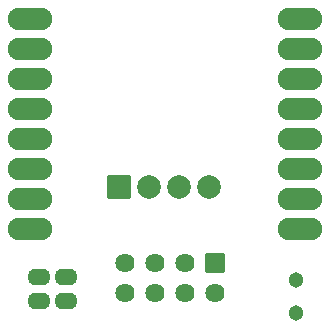
<source format=gts>
G04 Layer: TopSolderMaskLayer*
G04 EasyEDA v6.5.22, 2023-01-21 22:26:58*
G04 134ed4c23c824edf92a7001f2c5d0f5b,db865e68f4bc4fd99aa1dd1697a786d6,10*
G04 Gerber Generator version 0.2*
G04 Scale: 100 percent, Rotated: No, Reflected: No *
G04 Dimensions in millimeters *
G04 leading zeros omitted , absolute positions ,4 integer and 5 decimal *
%FSLAX45Y45*%
%MOMM*%

%AMMACRO1*1,1,$1,$2,$3*1,1,$1,$4,$5*1,1,$1,0-$2,0-$3*1,1,$1,0-$4,0-$5*20,1,$1,$2,$3,$4,$5,0*20,1,$1,$4,$5,0-$2,0-$3,0*20,1,$1,0-$2,0-$3,0-$4,0-$5,0*20,1,$1,0-$4,0-$5,$2,$3,0*4,1,4,$2,$3,$4,$5,0-$2,0-$3,0-$4,0-$5,$2,$3,0*%
%ADD10C,1.3016*%
%ADD11O,1.9532092X1.4031976*%
%ADD12O,3.7592000000000003X1.9304000000000001*%
%ADD13MACRO1,0.1016X0.762X-0.762X-0.762X-0.762*%
%ADD14C,1.6256*%
%ADD15MACRO1,0.2032X-0.9X0.9X0.9X0.9*%
%ADD16C,2.0032*%

%LPD*%
D10*
G01*
X3073400Y5575604D03*
G01*
X3073400Y5295595D03*
D11*
G01*
X1130300Y5600700D03*
G01*
X1130300Y5397500D03*
D12*
G01*
X3111500Y6007100D03*
G01*
X3111500Y6261100D03*
G01*
X3111500Y6515100D03*
G01*
X3111500Y6769100D03*
G01*
X3111500Y7023100D03*
G01*
X3111500Y7277100D03*
G01*
X3111500Y7531100D03*
G01*
X3111500Y7785100D03*
G01*
X825500Y6007100D03*
G01*
X825500Y6261100D03*
G01*
X825500Y6515100D03*
G01*
X825500Y6769100D03*
G01*
X825500Y7023100D03*
G01*
X825500Y7277100D03*
G01*
X825500Y7531100D03*
G01*
X825500Y7785100D03*
D13*
G01*
X2388361Y5724652D03*
D14*
G01*
X2388361Y5470652D03*
G01*
X2134361Y5724652D03*
G01*
X2134361Y5470652D03*
G01*
X1880362Y5724652D03*
G01*
X1880362Y5470652D03*
G01*
X1626362Y5724652D03*
G01*
X1626362Y5470652D03*
D15*
G01*
X1574800Y6362700D03*
D16*
G01*
X1828800Y6362700D03*
G01*
X2082800Y6362700D03*
G01*
X2336800Y6362700D03*
D11*
G01*
X901700Y5397500D03*
G01*
X901700Y5600700D03*
M02*

</source>
